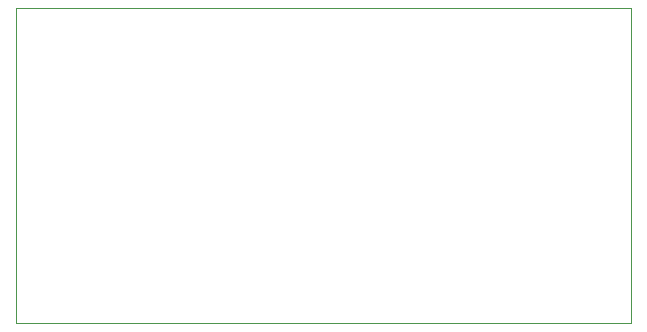
<source format=gbr>
G04 (created by PCBNEW (22-Jun-2014 BZR 4027)-stable) date Tue 01 Mar 2016 04:07:57 PM CST*
%MOIN*%
G04 Gerber Fmt 3.4, Leading zero omitted, Abs format*
%FSLAX34Y34*%
G01*
G70*
G90*
G04 APERTURE LIST*
%ADD10C,0.00590551*%
%ADD11C,0.00393701*%
G04 APERTURE END LIST*
G54D10*
G54D11*
X74500Y-50500D02*
X74500Y-40000D01*
X95000Y-50500D02*
X74500Y-50500D01*
X95000Y-40000D02*
X95000Y-50500D01*
X74500Y-40000D02*
X95000Y-40000D01*
M02*

</source>
